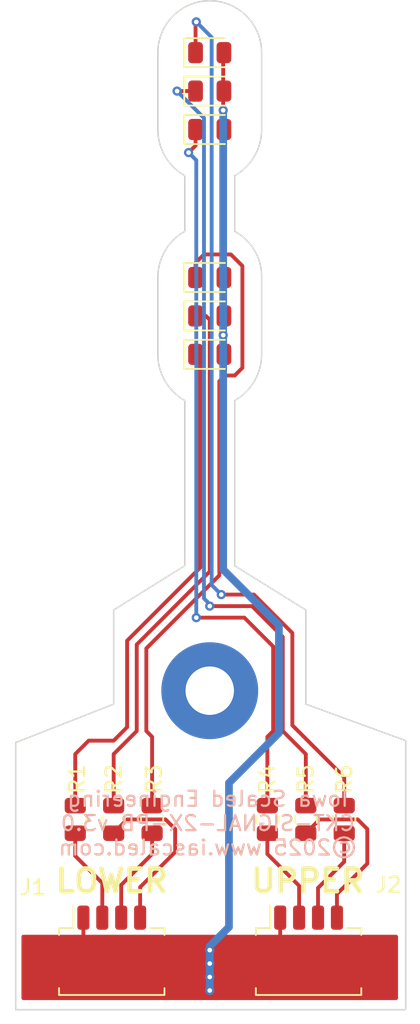
<source format=kicad_pcb>
(kicad_pcb (version 20211014) (generator pcbnew)
  (layers (0 "F.Cu" signal) (31 "B.Cu" signal) (34 "B.Paste" user) (35 "F.Paste" user) (36 "B.SilkS" user "B.Silkscreen") (37 "F.SilkS" user "F.Silkscreen") (38 "B.Mask" user) (39 "F.Mask" user) (44 "Edge.Cuts" user))
  (net 0 "")
  (net 1 "Net-(D1-Pad1)")
  (net 2 "Net-(D2-Pad1)")
  (net 3 "Net-(D3-Pad1)")
  (net 4 "Net-(D4-Pad1)")
  (net 5 "Net-(D4-Pad2)")
  (net 6 "Net-(D5-Pad1)")
  (net 7 "Net-(D6-Pad1)")
  (net 9 "Net-(R1-Pad2)")
  (net 10 "Net-(R2-Pad2)")
  (net 11 "Net-(R3-Pad2)")
  (net 12 "Net-(R4-Pad2)")
  (net 13 "Net-(R6-Pad2)")
  (net 14 "Net-(R5-Pad2)")
  (footprint "LED_SMD:LED_0805_2012Metric" (layer "F.Cu") (at 32.385 146.939)
    (fp_text reference "D1" hide)
    (fp_text value "RED")
    (fp_line (start 1 -0.96) (end -1.685 -0.96) (layer "F.SilkS") (width 0.12))
    (fp_line (start -1.685 0.96) (end 1 0.96) (layer "F.SilkS") (width 0.12))
    (fp_line (start -1.685 -0.96) (end -1.685 0.96) (layer "F.SilkS") (width 0.12))
    (pad "1" smd roundrect (at -0.9375 0) (size 0.975 1.4) (layers "F.Cu" "F.Paste" "F.Mask") (net 1 "Net-(D1-Pad1)"))
    (pad "2" smd roundrect (at 0.9375 0) (size 0.975 1.4) (layers "F.Cu" "F.Paste" "F.Mask") (net 5 "Net-(D4-Pad2)"))
  )
  (footprint "Connector_Molex:Molex_PicoBlade_53261-0471_1x04-1MP_P1.25mm_Horizontal" (layer "F.Cu") (at 38.918 186.563)
    (fp_text reference "J2" (at 5.278 -4.572) (layer "F.SilkS"))
    (fp_text value "Molex 0532610471")
    (fp_line (start -3.485 -1.26) (end -3.485 -1.71) (layer "F.SilkS") (width 0.12))
    (fp_line (start 3.485 -1.26) (end 3.485 -1.71) (layer "F.SilkS") (width 0.12))
    (fp_line (start 3.485 -1.71) (end 2.535 -1.71) (layer "F.SilkS") (width 0.12))
    (fp_line (start -3.485 2.71) (end 3.485 2.71) (layer "F.SilkS") (width 0.12))
    (fp_line (start -3.485 -1.71) (end -2.535 -1.71) (layer "F.SilkS") (width 0.12))
    (fp_line (start 3.485 2.71) (end 3.485 2.26) (layer "F.SilkS") (width 0.12))
    (fp_line (start -2.535 -1.71) (end -2.535 -3.2) (layer "F.SilkS") (width 0.12))
    (fp_line (start -3.485 2.26) (end -3.485 2.71) (layer "F.SilkS") (width 0.12))
    (pad "1" smd roundrect (at -1.875 -2.4) (size 0.8 1.6) (layers "F.Cu" "F.Paste" "F.Mask") (net 5 "Net-(D4-Pad2)"))
    (pad "2" smd roundrect (at -0.625 -2.4) (size 0.8 1.6) (layers "F.Cu" "F.Paste" "F.Mask") (net 12 "Net-(R4-Pad2)"))
    (pad "3" smd roundrect (at 0.625 -2.4) (size 0.8 1.6) (layers "F.Cu" "F.Paste" "F.Mask") (net 13 "Net-(R6-Pad2)"))
    (pad "4" smd roundrect (at 1.875 -2.4) (size 0.8 1.6) (layers "F.Cu" "F.Paste" "F.Mask") (net 14 "Net-(R5-Pad2)"))
    (pad "MP" smd roundrect (at -4.425 0.5) (size 2.1 3) (layers "F.Cu" "F.Paste" "F.Mask") (roundrect_rratio 0.119048) (net 5 "Net-(D4-Pad2)"))
    (pad "MP" smd roundrect (at 4.425 0.5) (size 2.1 3) (layers "F.Cu" "F.Paste" "F.Mask") (roundrect_rratio 0.119048) (net 5 "Net-(D4-Pad2)"))
  )
  (footprint "Resistor_SMD:R_0805_2012Metric" (layer "F.Cu") (at 41.275 177.673 -90)
    (fp_text reference "R6" (at -2.667 0 90) (layer "F.SilkS"))
    (fp_text value "1k")
    (fp_line (start -0.227064 0.735) (end 0.227064 0.735) (layer "F.SilkS") (width 0.12))
    (fp_line (start -0.227064 -0.735) (end 0.227064 -0.735) (layer "F.SilkS") (width 0.12))
    (pad "1" smd roundrect (at -0.9125 0 270) (size 1.025 1.4) (layers "F.Cu" "F.Paste" "F.Mask") (roundrect_rratio 0.243902) (net 7 "Net-(D6-Pad1)"))
    (pad "2" smd roundrect (at 0.9125 0 270) (size 1.025 1.4) (layers "F.Cu" "F.Paste" "F.Mask") (roundrect_rratio 0.243902) (net 13 "Net-(R6-Pad2)"))
  )
  (footprint "LED_SMD:LED_0805_2012Metric" (layer "F.Cu") (at 32.385 127)
    (fp_text reference "D6" hide)
    (fp_text value "GREEN")
    (fp_line (start -1.685 -0.96) (end -1.685 0.96) (layer "F.SilkS") (width 0.12))
    (fp_line (start 1 -0.96) (end -1.685 -0.96) (layer "F.SilkS") (width 0.12))
    (fp_line (start -1.685 0.96) (end 1 0.96) (layer "F.SilkS") (width 0.12))
    (pad "1" smd roundrect (at -0.9375 0) (size 0.975 1.4) (layers "F.Cu" "F.Paste" "F.Mask") (net 7 "Net-(D6-Pad1)"))
    (pad "2" smd roundrect (at 0.9375 0) (size 0.975 1.4) (layers "F.Cu" "F.Paste" "F.Mask") (net 5 "Net-(D4-Pad2)"))
  )
  (footprint "MountingHole:MountingHole_3.2mm_M3_Pad" (layer "F.Cu") (at 32.385 169.164)
    (fp_text reference "H1" hide)
    (fp_text value "MountingHole")
    (pad "1" thru_hole circle (at 0 0) (size 6.4 6.4) (drill 3.2) (layers *.Cu *.Mask))
  )
  (footprint "Resistor_SMD:R_0805_2012Metric" (layer "F.Cu") (at 26.035 177.673 -90)
    (fp_text reference "R2" (at -2.667 0 90) (layer "F.SilkS"))
    (fp_text value "1k")
    (fp_line (start -0.227064 -0.735) (end 0.227064 -0.735) (layer "F.SilkS") (width 0.12))
    (fp_line (start -0.227064 0.735) (end 0.227064 0.735) (layer "F.SilkS") (width 0.12))
    (pad "1" smd roundrect (at -0.9125 0 270) (size 1.025 1.4) (layers "F.Cu" "F.Paste" "F.Mask") (roundrect_rratio 0.243902) (net 2 "Net-(D2-Pad1)"))
    (pad "2" smd roundrect (at 0.9125 0 270) (size 1.025 1.4) (layers "F.Cu" "F.Paste" "F.Mask") (roundrect_rratio 0.243902) (net 10 "Net-(R2-Pad2)"))
  )
  (footprint "LED_SMD:LED_0805_2012Metric" (layer "F.Cu") (at 32.385 144.399)
    (fp_text reference "D2" hide)
    (fp_text value "AMBER")
    (fp_line (start -1.685 0.96) (end 1 0.96) (layer "F.SilkS") (width 0.12))
    (fp_line (start -1.685 -0.96) (end -1.685 0.96) (layer "F.SilkS") (width 0.12))
    (fp_line (start 1 -0.96) (end -1.685 -0.96) (layer "F.SilkS") (width 0.12))
    (pad "1" smd roundrect (at -0.9375 0) (size 0.975 1.4) (layers "F.Cu" "F.Paste" "F.Mask") (net 2 "Net-(D2-Pad1)"))
    (pad "2" smd roundrect (at 0.9375 0) (size 0.975 1.4) (layers "F.Cu" "F.Paste" "F.Mask") (net 5 "Net-(D4-Pad2)"))
  )
  (footprint "Resistor_SMD:R_0805_2012Metric" (layer "F.Cu") (at 23.495 177.673 -90)
    (fp_text reference "R1" (at -2.667 -0.127 90) (layer "F.SilkS"))
    (fp_text value "1k")
    (fp_line (start -0.227064 0.735) (end 0.227064 0.735) (layer "F.SilkS") (width 0.12))
    (fp_line (start -0.227064 -0.735) (end 0.227064 -0.735) (layer "F.SilkS") (width 0.12))
    (pad "1" smd roundrect (at -0.9125 0 270) (size 1.025 1.4) (layers "F.Cu" "F.Paste" "F.Mask") (roundrect_rratio 0.243902) (net 1 "Net-(D1-Pad1)"))
    (pad "2" smd roundrect (at 0.9125 0 270) (size 1.025 1.4) (layers "F.Cu" "F.Paste" "F.Mask") (roundrect_rratio 0.243902) (net 9 "Net-(R1-Pad2)"))
  )
  (footprint "LED_SMD:LED_0805_2012Metric" (layer "F.Cu") (at 32.385 129.54)
    (fp_text reference "D5" hide)
    (fp_text value "AMBER")
    (fp_line (start -1.685 -0.96) (end -1.685 0.96) (layer "F.SilkS") (width 0.12))
    (fp_line (start -1.685 0.96) (end 1 0.96) (layer "F.SilkS") (width 0.12))
    (fp_line (start 1 -0.96) (end -1.685 -0.96) (layer "F.SilkS") (width 0.12))
    (pad "1" smd roundrect (at -0.9375 0) (size 0.975 1.4) (layers "F.Cu" "F.Paste" "F.Mask") (net 6 "Net-(D5-Pad1)"))
    (pad "2" smd roundrect (at 0.9375 0) (size 0.975 1.4) (layers "F.Cu" "F.Paste" "F.Mask") (net 5 "Net-(D4-Pad2)"))
  )
  (footprint "Resistor_SMD:R_0805_2012Metric" (layer "F.Cu") (at 36.195 177.673 -90)
    (fp_text reference "R4" (at -2.667 0 90) (layer "F.SilkS"))
    (fp_text value "1k")
    (fp_line (start -0.227064 0.735) (end 0.227064 0.735) (layer "F.SilkS") (width 0.12))
    (fp_line (start -0.227064 -0.735) (end 0.227064 -0.735) (layer "F.SilkS") (width 0.12))
    (pad "1" smd roundrect (at -0.9125 0 270) (size 1.025 1.4) (layers "F.Cu" "F.Paste" "F.Mask") (roundrect_rratio 0.243902) (net 4 "Net-(D4-Pad1)"))
    (pad "2" smd roundrect (at 0.9125 0 270) (size 1.025 1.4) (layers "F.Cu" "F.Paste" "F.Mask") (roundrect_rratio 0.243902) (net 12 "Net-(R4-Pad2)"))
  )
  (footprint "Resistor_SMD:R_0805_2012Metric" (layer "F.Cu") (at 28.575 177.673 -90)
    (fp_text reference "R3" (at -2.667 -0.127 90) (layer "F.SilkS"))
    (fp_text value "1k")
    (fp_line (start -0.227064 -0.735) (end 0.227064 -0.735) (layer "F.SilkS") (width 0.12))
    (fp_line (start -0.227064 0.735) (end 0.227064 0.735) (layer "F.SilkS") (width 0.12))
    (pad "1" smd roundrect (at -0.9125 0 270) (size 1.025 1.4) (layers "F.Cu" "F.Paste" "F.Mask") (roundrect_rratio 0.243902) (net 3 "Net-(D3-Pad1)"))
    (pad "2" smd roundrect (at 0.9125 0 270) (size 1.025 1.4) (layers "F.Cu" "F.Paste" "F.Mask") (roundrect_rratio 0.243902) (net 11 "Net-(R3-Pad2)"))
  )
  (footprint "LED_SMD:LED_0805_2012Metric" (layer "F.Cu") (at 32.385 132.08)
    (fp_text reference "D4" hide)
    (fp_text value "RED")
    (fp_line (start 1 -0.96) (end -1.685 -0.96) (layer "F.SilkS") (width 0.12))
    (fp_line (start -1.685 -0.96) (end -1.685 0.96) (layer "F.SilkS") (width 0.12))
    (fp_line (start -1.685 0.96) (end 1 0.96) (layer "F.SilkS") (width 0.12))
    (pad "1" smd roundrect (at -0.9375 0) (size 0.975 1.4) (layers "F.Cu" "F.Paste" "F.Mask") (net 4 "Net-(D4-Pad1)"))
    (pad "2" smd roundrect (at 0.9375 0) (size 0.975 1.4) (layers "F.Cu" "F.Paste" "F.Mask") (net 5 "Net-(D4-Pad2)"))
  )
  (footprint "Connector_Molex:Molex_PicoBlade_53261-0471_1x04-1MP_P1.25mm_Horizontal" (layer "F.Cu") (at 25.908 186.563)
    (fp_text reference "J1" (at -5.207 -4.4) (layer "F.SilkS"))
    (fp_text value "Molex 0532610471")
    (fp_line (start 3.485 -1.71) (end 2.535 -1.71) (layer "F.SilkS") (width 0.12))
    (fp_line (start -3.485 2.71) (end 3.485 2.71) (layer "F.SilkS") (width 0.12))
    (fp_line (start 3.485 2.71) (end 3.485 2.26) (layer "F.SilkS") (width 0.12))
    (fp_line (start -3.485 -1.71) (end -2.535 -1.71) (layer "F.SilkS") (width 0.12))
    (fp_line (start -2.535 -1.71) (end -2.535 -3.2) (layer "F.SilkS") (width 0.12))
    (fp_line (start -3.485 -1.26) (end -3.485 -1.71) (layer "F.SilkS") (width 0.12))
    (fp_line (start 3.485 -1.26) (end 3.485 -1.71) (layer "F.SilkS") (width 0.12))
    (fp_line (start -3.485 2.26) (end -3.485 2.71) (layer "F.SilkS") (width 0.12))
    (pad "1" smd roundrect (at -1.875 -2.4) (size 0.8 1.6) (layers "F.Cu" "F.Paste" "F.Mask") (net 5 "Net-(D4-Pad2)"))
    (pad "2" smd roundrect (at -0.625 -2.4) (size 0.8 1.6) (layers "F.Cu" "F.Paste" "F.Mask") (net 9 "Net-(R1-Pad2)"))
    (pad "3" smd roundrect (at 0.625 -2.4) (size 0.8 1.6) (layers "F.Cu" "F.Paste" "F.Mask") (net 11 "Net-(R3-Pad2)"))
    (pad "4" smd roundrect (at 1.875 -2.4) (size 0.8 1.6) (layers "F.Cu" "F.Paste" "F.Mask") (net 10 "Net-(R2-Pad2)"))
    (pad "MP" smd roundrect (at 4.425 0.5) (size 2.1 3) (layers "F.Cu" "F.Paste" "F.Mask") (roundrect_rratio 0.119048) (net 5 "Net-(D4-Pad2)"))
    (pad "MP" smd roundrect (at -4.425 0.5) (size 2.1 3) (layers "F.Cu" "F.Paste" "F.Mask") (roundrect_rratio 0.119048) (net 5 "Net-(D4-Pad2)"))
  )
  (footprint "Resistor_SMD:R_0805_2012Metric" (layer "F.Cu") (at 38.735 177.673 -90)
    (fp_text reference "R5" (at -2.667 0 90) (layer "F.SilkS"))
    (fp_text value "1k")
    (fp_line (start -0.227064 -0.735) (end 0.227064 -0.735) (layer "F.SilkS") (width 0.12))
    (fp_line (start -0.227064 0.735) (end 0.227064 0.735) (layer "F.SilkS") (width 0.12))
    (pad "1" smd roundrect (at -0.9125 0 270) (size 1.025 1.4) (layers "F.Cu" "F.Paste" "F.Mask") (roundrect_rratio 0.243902) (net 6 "Net-(D5-Pad1)"))
    (pad "2" smd roundrect (at 0.9125 0 270) (size 1.025 1.4) (layers "F.Cu" "F.Paste" "F.Mask") (roundrect_rratio 0.243902) (net 14 "Net-(R5-Pad2)"))
  )
  (footprint "LED_SMD:LED_0805_2012Metric" (layer "F.Cu") (at 32.385 141.859)
    (fp_text reference "D3" hide)
    (fp_text value "GREEN")
    (fp_line (start -1.685 0.96) (end 1 0.96) (layer "F.SilkS") (width 0.12))
    (fp_line (start -1.685 -0.96) (end -1.685 0.96) (layer "F.SilkS") (width 0.12))
    (fp_line (start 1 -0.96) (end -1.685 -0.96) (layer "F.SilkS") (width 0.12))
    (pad "1" smd roundrect (at -0.9375 0) (size 0.975 1.4) (layers "F.Cu" "F.Paste" "F.Mask") (net 3 "Net-(D3-Pad1)"))
    (pad "2" smd roundrect (at 0.9375 0) (size 0.975 1.4) (layers "F.Cu" "F.Paste" "F.Mask") (net 5 "Net-(D4-Pad2)"))
  )
  (gr_line (start 30.734 160.909) (end 26.035 163.83) (layer "Edge.Cuts") (width 0.1))
  (gr_line (start 35.814 146.939) (end 35.814 141.859) (layer "Edge.Cuts") (width 0.1))
  (gr_line (start 34.036 149.987) (end 34.036 160.909) (layer "Edge.Cuts") (width 0.1))
  (gr_line (start 30.734 149.987) (end 30.734 160.909) (layer "Edge.Cuts") (width 0.1))
  (gr_line (start 28.956 127) (end 28.956 132.08) (layer "Edge.Cuts") (width 0.1))
  (gr_arc (start 30.734 149.987) (mid 29.432997 148.703335) (end 28.956 146.939) (layer "Edge.Cuts") (width 0.1))
  (gr_arc (start 30.734 135.128) (mid 29.432997 133.844335) (end 28.956 132.08) (layer "Edge.Cuts") (width 0.1))
  (gr_line (start 28.956 141.859) (end 28.956 146.939) (layer "Edge.Cuts") (width 0.1))
  (gr_line (start 38.735 163.83) (end 34.036 160.909) (layer "Edge.Cuts") (width 0.1))
  (gr_line (start 19.558 172.593) (end 26.035 170.053) (layer "Edge.Cuts") (width 0.1))
  (gr_arc (start 35.814 132.08) (mid 35.337015 133.844342) (end 34.036 135.128) (layer "Edge.Cuts") (width 0.1))
  (gr_line (start 26.035 163.83) (end 26.035 170.053) (layer "Edge.Cuts") (width 0.1))
  (gr_line (start 30.734 135.128) (end 30.734 138.811) (layer "Edge.Cuts") (width 0.1))
  (gr_arc (start 28.956 141.859) (mid 29.432988 140.09466) (end 30.734 138.811) (layer "Edge.Cuts") (width 0.1))
  (gr_line (start 35.814 132.08) (end 35.814 127) (layer "Edge.Cuts") (width 0.1))
  (gr_arc (start 28.956 127) (mid 32.385 123.571) (end 35.814 127) (layer "Edge.Cuts") (width 0.1))
  (gr_arc (start 34.036 138.811) (mid 35.351951 140.085945) (end 35.814 141.859) (layer "Edge.Cuts") (width 0.1))
  (gr_line (start 45.339 190.246) (end 45.339 172.466) (layer "Edge.Cuts") (width 0.1))
  (gr_line (start 38.735 170.053) (end 45.339 172.466) (layer "Edge.Cuts") (width 0.1))
  (gr_line (start 38.735 170.053) (end 38.735 163.83) (layer "Edge.Cuts") (width 0.1))
  (gr_line (start 19.558 190.246) (end 45.339 190.246) (layer "Edge.Cuts") (width 0.1))
  (gr_line (start 19.558 190.246) (end 19.558 172.593) (layer "Edge.Cuts") (width 0.1))
  (gr_arc (start 35.814 146.939) (mid 35.337015 148.703342) (end 34.036 149.987) (layer "Edge.Cuts") (width 0.1))
  (gr_line (start 34.036 135.128) (end 34.036 138.811) (layer "Edge.Cuts") (width 0.1))
  (gr_text "Iowa Scaled Engineering\nCKT-SIGNAL-2X-PB v3.0\n©2025 www.iascaled.com" (at 32.258 177.927) (layer "B.SilkS") (effects (font (size 1 1)) (justify mirror)))
  (gr_text "LOWER" (at 25.908 181.737) (layer "F.SilkS") (effects (font (size 1.5 1.5) (thickness 0.3))))
  (gr_text "UPPER" (at 38.862 181.737) (layer "F.SilkS") (effects (font (size 1.5 1.5) (thickness 0.3))))
  (segment (start 23.495 173.355) (end 24.384 172.466) (width 0.254) (layer "F.Cu") (net 1))
  (segment (start 31.75 161.036) (end 31.75 147.2415) (width 0.254) (layer "F.Cu") (net 1))
  (segment (start 23.495 176.7605) (end 23.495 173.355) (width 0.254) (layer "F.Cu") (net 1))
  (segment (start 26.924 171.577) (end 26.924 165.862) (width 0.254) (layer "F.Cu") (net 1))
  (segment (start 26.035 172.466) (end 26.924 171.577) (width 0.254) (layer "F.Cu") (net 1))
  (segment (start 26.924 165.862) (end 31.75 161.036) (width 0.254) (layer "F.Cu") (net 1))
  (segment (start 24.384 172.466) (end 26.035 172.466) (width 0.254) (layer "F.Cu") (net 1))
  (segment (start 31.75 147.2415) (end 31.4475 146.939) (width 0.254) (layer "F.Cu") (net 1))
  (segment (start 26.035 173.355) (end 27.559 171.831) (width 0.254) (layer "F.Cu") (net 2))
  (segment (start 32.385 161.29) (end 32.385 144.653) (width 0.254) (layer "F.Cu") (net 2))
  (segment (start 32.131 144.399) (end 31.4475 144.399) (width 0.254) (layer "F.Cu") (net 2))
  (segment (start 26.035 176.7605) (end 26.035 173.355) (width 0.254) (layer "F.Cu") (net 2))
  (segment (start 27.559 171.831) (end 27.559 166.116) (width 0.254) (layer "F.Cu") (net 2))
  (segment (start 27.559 166.116) (end 32.385 161.29) (width 0.254) (layer "F.Cu") (net 2))
  (segment (start 32.385 144.653) (end 32.131 144.399) (width 0.254) (layer "F.Cu") (net 2))
  (segment (start 34.544 141.097) (end 33.782 140.335) (width 0.254) (layer "F.Cu") (net 3))
  (segment (start 34.036 148.336) (end 34.544 147.828) (width 0.254) (layer "F.Cu") (net 3))
  (segment (start 33.02 161.544) (end 33.02 148.717) (width 0.254) (layer "F.Cu") (net 3))
  (segment (start 33.782 140.335) (end 32.004 140.335) (width 0.254) (layer "F.Cu") (net 3))
  (segment (start 28.194 166.37) (end 33.02 161.544) (width 0.254) (layer "F.Cu") (net 3))
  (segment (start 31.4475 140.8915) (end 31.4475 141.859) (width 0.254) (layer "F.Cu") (net 3))
  (segment (start 28.194 171.831) (end 28.194 166.37) (width 0.254) (layer "F.Cu") (net 3))
  (segment (start 28.575 176.7605) (end 28.575 172.212) (width 0.254) (layer "F.Cu") (net 3))
  (segment (start 33.401267 148.336) (end 34.036 148.336) (width 0.254) (layer "F.Cu") (net 3))
  (segment (start 28.575 172.212) (end 28.194 171.831) (width 0.254) (layer "F.Cu") (net 3))
  (segment (start 33.02 148.717267) (end 33.401267 148.336) (width 0.254) (layer "F.Cu") (net 3))
  (segment (start 34.544 147.828) (end 34.544 141.097) (width 0.254) (layer "F.Cu") (net 3))
  (segment (start 32.004 140.335) (end 31.4475 140.8915) (width 0.254) (layer "F.Cu") (net 3))
  (segment (start 31.496 164.338) (end 34.671 164.338) (width 0.254) (layer "F.Cu") (net 4))
  (segment (start 36.576 166.243) (end 36.576 171.831) (width 0.254) (layer "F.Cu") (net 4))
  (segment (start 36.195 172.212) (end 36.195 176.7605) (width 0.254) (layer "F.Cu") (net 4))
  (segment (start 31.4475 133.1445) (end 30.988 133.604) (width 0.254) (layer "F.Cu") (net 4))
  (segment (start 34.671 164.338) (end 36.576 166.243) (width 0.254) (layer "F.Cu") (net 4))
  (segment (start 31.4475 132.08) (end 31.4475 133.1445) (width 0.254) (layer "F.Cu") (net 4))
  (segment (start 36.576 171.831) (end 36.195 172.212) (width 0.254) (layer "F.Cu") (net 4))
  (via (at 30.988 133.604) (size 0.6096) (drill 0.3048) (layers "F.Cu" "B.Cu") (net 4))
  (via (at 31.496 164.338) (size 0.6096) (drill 0.3048) (layers "F.Cu" "B.Cu") (net 4))
  (segment (start 31.496 136.373658) (end 31.496 134.112) (width 0.254) (layer "B.Cu") (net 4))
  (segment (start 31.496 164.338) (end 31.496 136.373658) (width 0.254) (layer "B.Cu") (net 4))
  (segment (start 31.496 134.112) (end 30.988 133.604) (width 0.254) (layer "B.Cu") (net 4))
  (segment (start 33.274 130.81) (end 33.274 132.0315) (width 0.254) (layer "F.Cu") (net 5))
  (segment (start 24.033 184.163) (end 24.033 186.025) (width 0.254) (layer "F.Cu") (net 5))
  (segment (start 33.274 127.0485) (end 33.3225 127) (width 0.254) (layer "F.Cu") (net 5))
  (segment (start 33.274 130.81) (end 33.274 127.0485) (width 0.254) (layer "F.Cu") (net 5))
  (segment (start 24.033 186.025) (end 24.003 186.055) (width 0.254) (layer "F.Cu") (net 5))
  (segment (start 33.274 141.9075) (end 33.3225 141.859) (width 0.254) (layer "F.Cu") (net 5))
  (segment (start 33.274 146.8905) (end 33.3225 146.939) (width 0.254) (layer "F.Cu") (net 5))
  (segment (start 33.274 145.669) (end 33.274 146.8905) (width 0.254) (layer "F.Cu") (net 5))
  (segment (start 37.043 186.395) (end 37.084 186.436) (width 0.254) (layer "F.Cu") (net 5))
  (segment (start 37.043 184.163) (end 37.043 186.395) (width 0.254) (layer "F.Cu") (net 5))
  (segment (start 33.274 132.0315) (end 33.3225 132.08) (width 0.254) (layer "F.Cu") (net 5))
  (segment (start 33.274 145.669) (end 33.274 141.9075) (width 0.254) (layer "F.Cu") (net 5))
  (via (at 33.274 145.669) (size 0.6096) (drill 0.3048) (layers "F.Cu" "B.Cu") (net 5))
  (via (at 32.385 188.976) (size 0.6096) (drill 0.3048) (layers "F.Cu" "B.Cu") (net 5))
  (via (at 33.274 130.81) (size 0.6096) (drill 0.3048) (layers "F.Cu" "B.Cu") (net 5))
  (via (at 32.385 187.198) (size 0.6096) (drill 0.3048) (layers "F.Cu" "B.Cu") (net 5))
  (via (at 32.385 188.087) (size 0.6096) (drill 0.3048) (layers "F.Cu" "B.Cu") (net 5))
  (via (at 32.385 186.309) (size 0.6096) (drill 0.3048) (layers "F.Cu" "B.Cu") (net 5))
  (segment (start 32.385 188.087) (end 32.385 188.976) (width 0.508) (layer "B.Cu") (net 5))
  (segment (start 36.957 171.958) (end 36.957 164.846) (width 0.508) (layer "B.Cu") (net 5))
  (segment (start 32.385 186.309) (end 32.385 187.198) (width 0.508) (layer "B.Cu") (net 5))
  (segment (start 33.655 184.023) (end 33.655 175.26) (width 0.508) (layer "B.Cu") (net 5))
  (segment (start 32.385 186.055) (end 32.385 186.309) (width 0.508) (layer "B.Cu") (net 5))
  (segment (start 33.655 175.26) (end 36.957 171.958) (width 0.508) (layer "B.Cu") (net 5))
  (segment (start 33.274 161.163) (end 33.274 145.669) (width 0.508) (layer "B.Cu") (net 5))
  (segment (start 32.385 187.198) (end 32.385 188.087) (width 0.508) (layer "B.Cu") (net 5))
  (segment (start 33.655 184.785) (end 32.385 186.055) (width 0.508) (layer "B.Cu") (net 5))
  (segment (start 33.274 145.669) (end 33.274 130.81) (width 0.508) (layer "B.Cu") (net 5))
  (segment (start 36.957 164.846) (end 33.274 161.163) (width 0.508) (layer "B.Cu") (net 5))
  (segment (start 33.655 184.023) (end 33.655 184.785) (width 0.508) (layer "B.Cu") (net 5))
  (segment (start 38.735 173.355) (end 37.211 171.831) (width 0.254) (layer "F.Cu") (net 6))
  (segment (start 30.226 129.54) (end 31.4475 129.54) (width 0.254) (layer "F.Cu") (net 6))
  (segment (start 37.211 165.608) (end 35.179 163.576) (width 0.254) (layer "F.Cu") (net 6))
  (segment (start 35.179 163.576) (end 32.385 163.576) (width 0.254) (layer "F.Cu") (net 6))
  (segment (start 37.211 171.831) (end 37.211 166.243) (width 0.254) (layer "F.Cu") (net 6))
  (segment (start 37.211 166.243) (end 37.211 165.608) (width 0.254) (layer "F.Cu") (net 6))
  (segment (start 38.735 176.7605) (end 38.735 173.355) (width 0.254) (layer "F.Cu") (net 6))
  (via (at 30.226 129.54) (size 0.6096) (drill 0.3048) (layers "F.Cu" "B.Cu") (net 6))
  (via (at 32.385 163.576) (size 0.6096) (drill 0.3048) (layers "F.Cu" "B.Cu") (net 6))
  (segment (start 32.385 163.449) (end 32.004 163.068) (width 0.254) (layer "B.Cu") (net 6))
  (segment (start 32.004 163.068) (end 32.004 136.271) (width 0.254) (layer "B.Cu") (net 6))
  (segment (start 32.004 131.318) (end 30.226 129.54) (width 0.254) (layer "B.Cu") (net 6))
  (segment (start 32.004 136.271) (end 32.004 131.318) (width 0.254) (layer "B.Cu") (net 6))
  (segment (start 32.385 163.576) (end 32.385 163.449) (width 0.254) (layer "B.Cu") (net 6))
  (segment (start 31.4475 127) (end 31.4475 125.0165) (width 0.254) (layer "F.Cu") (net 7))
  (segment (start 33.147 162.814) (end 35.306 162.814) (width 0.254) (layer "F.Cu") (net 7))
  (segment (start 37.846 165.354) (end 37.846 171.45) (width 0.254) (layer "F.Cu") (net 7))
  (segment (start 37.846 171.45) (end 41.275 174.879) (width 0.254) (layer "F.Cu") (net 7))
  (segment (start 31.4475 125.0165) (end 31.496 124.968) (width 0.254) (layer "F.Cu") (net 7))
  (segment (start 35.306 162.814) (end 37.846 165.354) (width 0.254) (layer "F.Cu") (net 7))
  (segment (start 41.275 174.879) (end 41.275 176.7605) (width 0.254) (layer "F.Cu") (net 7))
  (via (at 33.147 162.814) (size 0.6096) (drill 0.3048) (layers "F.Cu" "B.Cu") (net 7))
  (via (at 31.496 124.968) (size 0.6096) (drill 0.3048) (layers "F.Cu" "B.Cu") (net 7))
  (segment (start 32.512 125.984) (end 31.496 124.968) (width 0.254) (layer "B.Cu") (net 7))
  (segment (start 33.147 162.814) (end 32.512 162.179) (width 0.254) (layer "B.Cu") (net 7))
  (segment (start 32.512 162.179) (end 32.512 136.271) (width 0.254) (layer "B.Cu") (net 7))
  (segment (start 32.512 136.271) (end 32.512 125.984) (width 0.254) (layer "B.Cu") (net 7))
  (segment (start 23.495 180.086) (end 23.495 178.5855) (width 0.254) (layer "F.Cu") (net 9))
  (segment (start 25.283 181.874) (end 23.495 180.086) (width 0.254) (layer "F.Cu") (net 9))
  (segment (start 25.283 184.163) (end 25.283 181.874) (width 0.254) (layer "F.Cu") (net 9))
  (segment (start 29.464 177.673) (end 30.099 178.308) (width 0.254) (layer "F.Cu") (net 10))
  (segment (start 26.924 177.673) (end 29.464 177.673) (width 0.254) (layer "F.Cu") (net 10))
  (segment (start 30.099 179.832) (end 27.783 182.148) (width 0.254) (layer "F.Cu") (net 10))
  (segment (start 30.099 178.308) (end 30.099 179.832) (width 0.254) (layer "F.Cu") (net 10))
  (segment (start 26.035 178.562) (end 26.924 177.673) (width 0.254) (layer "F.Cu") (net 10))
  (segment (start 27.783 182.148) (end 27.783 184.163) (width 0.254) (layer "F.Cu") (net 10))
  (segment (start 26.035 178.5855) (end 26.035 178.562) (width 0.254) (layer "F.Cu") (net 10))
  (segment (start 26.533 182.001) (end 28.575 179.959) (width 0.254) (layer "F.Cu") (net 11))
  (segment (start 28.575 179.959) (end 28.575 178.5855) (width 0.254) (layer "F.Cu") (net 11))
  (segment (start 26.533 184.163) (end 26.533 182.001) (width 0.254) (layer "F.Cu") (net 11))
  (segment (start 38.293 184.163) (end 38.293 182.057) (width 0.254) (layer "F.Cu") (net 12))
  (segment (start 38.293 182.057) (end 36.195 179.959) (width 0.254) (layer "F.Cu") (net 12))
  (segment (start 36.195 179.959) (end 36.195 178.5855) (width 0.254) (layer "F.Cu") (net 12))
  (segment (start 39.543 182.199) (end 41.275 180.467) (width 0.254) (layer "F.Cu") (net 13))
  (segment (start 41.275 180.467) (end 41.275 178.5855) (width 0.254) (layer "F.Cu") (net 13))
  (segment (start 39.543 184.163) (end 39.543 182.199) (width 0.254) (layer "F.Cu") (net 13))
  (segment (start 39.6475 177.673) (end 42.164 177.673) (width 0.254) (layer "F.Cu") (net 14))
  (segment (start 38.735 178.5855) (end 39.6475 177.673) (width 0.254) (layer "F.Cu") (net 14))
  (segment (start 42.799 180.594) (end 40.793 182.6) (width 0.254) (layer "F.Cu") (net 14))
  (segment (start 40.793 182.6) (end 40.793 184.163) (width 0.254) (layer "F.Cu") (net 14))
  (segment (start 42.799 178.308) (end 42.799 180.594) (width 0.254) (layer "F.Cu") (net 14))
  (segment (start 42.164 177.673) (end 42.799 178.308) (width 0.254) (layer "F.Cu") (net 14))
  (zone (net 5) (net_name "Net-(D4-Pad2)") (layer "F.Cu") (connect_pads yes (clearance 0.254)) (min_thickness 0.254) (fill yes (thermal_gap 0.508) (thermal_bridge_width 0.508))
    (polygon (pts (xy 44.831 189.611) (xy 19.939 189.611) (xy 19.939 185.293) (xy 44.831 185.293)))
  )
)
</source>
